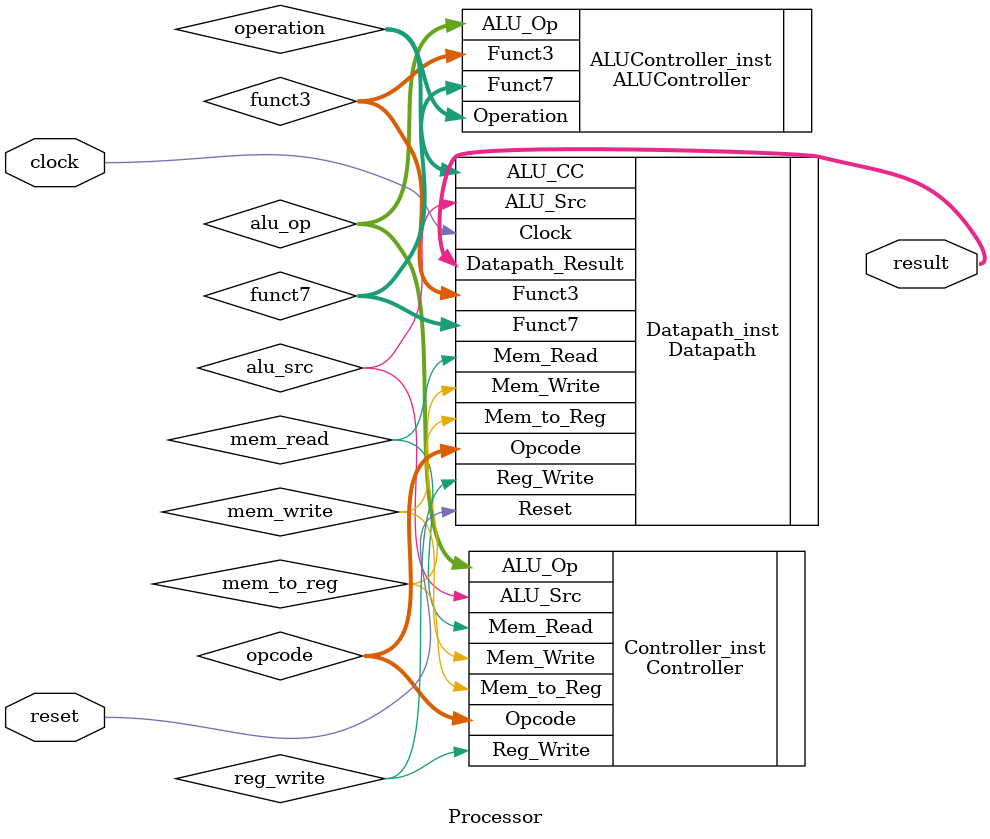
<source format=v>
`timescale 1ns/1ps

module Processor(clock, reset, result);

    /** I/O Signals **/
    input         clock;   // System clock
    input         reset;   // Global reset
    output [31:0] result;  // Exposed ALU result (for verification)

    /** Internal Control Signals **/
    wire [1:0] alu_op;     // ALU operation category
    wire       alu_src;    // ALU operand source select
    wire [2:0] funct3;     // Instruction funct3
    wire [6:0] funct7;     // Instruction funct7
    wire       mem_read;   // Memory read enable
    wire       mem_to_reg; // Write-back select
    wire       mem_write;  // Memory write enable
    wire [6:0] opcode;     // Instruction opcode
    wire [3:0] operation; // Final ALU control signal
    wire       reg_write;  // Register write enable

    /** ALU Control Unit **/
    ALUController ALUController_inst(
        .ALU_Op(alu_op),
        .Funct3(funct3),
        .Funct7(funct7),
        .Operation(operation)
    );

    /** Main Control Unit **/
    Controller Controller_inst(
        .Opcode(opcode),
        .ALU_Op(alu_op),
        .Reg_Write(reg_write),
        .ALU_Src(alu_src),
        .Mem_Read(mem_read),
        .Mem_Write(mem_write),
        .Mem_to_Reg(mem_to_reg)
    );

    /** Datapath **/
    Datapath Datapath_inst(
        .Clock(clock),
        .Reset(reset),    
        .Reg_Write(reg_write),
        .Mem_to_Reg(mem_to_reg),
        .ALU_Src(alu_src),
        .Mem_Write(mem_write),
        .Mem_Read(mem_read),       
        .ALU_CC(operation),
        .Opcode(opcode),
        .Funct7(funct7),
        .Funct3(funct3),
        .Datapath_Result(result)
    );

endmodule // Processor


</source>
